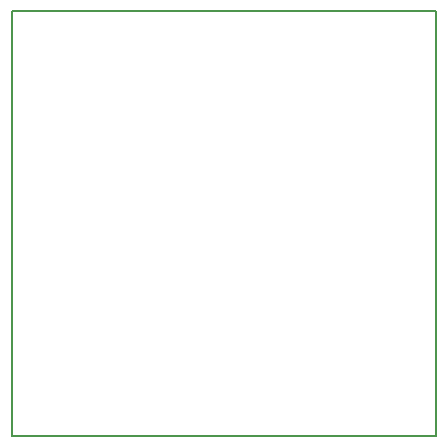
<source format=gm1>
G04 #@! TF.GenerationSoftware,KiCad,Pcbnew,(6.0.0)*
G04 #@! TF.CreationDate,2022-01-08T18:45:48-05:00*
G04 #@! TF.ProjectId,anavi-thermometer,616e6176-692d-4746-9865-726d6f6d6574,rev?*
G04 #@! TF.SameCoordinates,Original*
G04 #@! TF.FileFunction,Profile,NP*
%FSLAX46Y46*%
G04 Gerber Fmt 4.6, Leading zero omitted, Abs format (unit mm)*
G04 Created by KiCad (PCBNEW (6.0.0)) date 2022-01-08 18:45:48*
%MOMM*%
%LPD*%
G01*
G04 APERTURE LIST*
G04 #@! TA.AperFunction,Profile*
%ADD10C,0.150000*%
G04 #@! TD*
G04 APERTURE END LIST*
D10*
X122024802Y-77000000D02*
X158000000Y-77000000D01*
X158000000Y-77000000D02*
X158000000Y-113000000D01*
X158000000Y-113000000D02*
X122024802Y-113000000D01*
X122024802Y-113000000D02*
X122024802Y-77000000D01*
M02*

</source>
